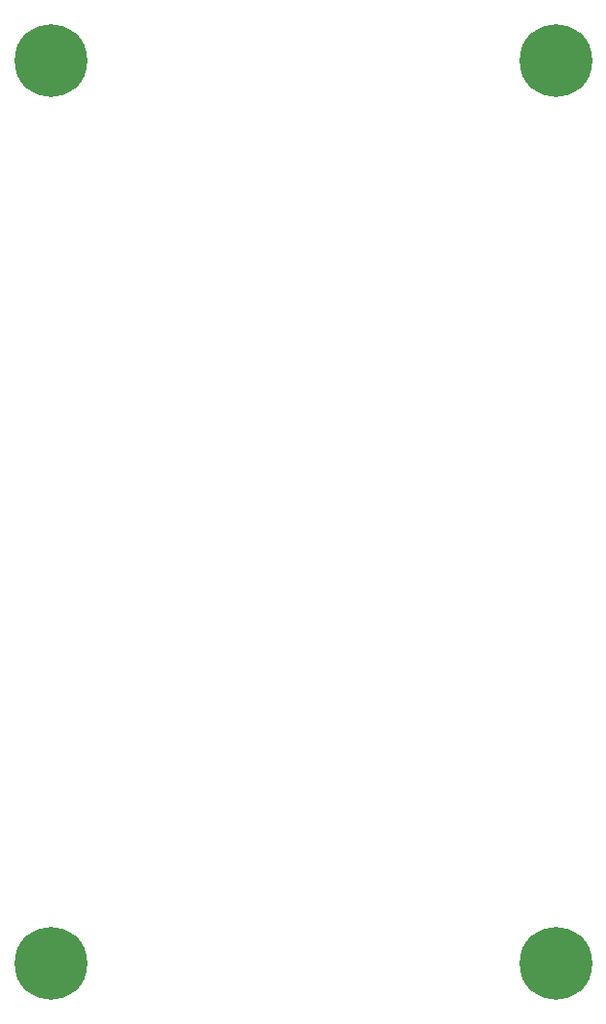
<source format=gts>
G04 #@! TF.GenerationSoftware,KiCad,Pcbnew,7.0.5-unknown-202306101748~6fbdf8f0e2~ubuntu22.04.1*
G04 #@! TF.CreationDate,2023-07-16T12:35:09+01:00*
G04 #@! TF.ProjectId,front_panel,66726f6e-745f-4706-916e-656c2e6b6963,rev?*
G04 #@! TF.SameCoordinates,Original*
G04 #@! TF.FileFunction,Soldermask,Top*
G04 #@! TF.FilePolarity,Negative*
%FSLAX46Y46*%
G04 Gerber Fmt 4.6, Leading zero omitted, Abs format (unit mm)*
G04 Created by KiCad (PCBNEW 7.0.5-unknown-202306101748~6fbdf8f0e2~ubuntu22.04.1) date 2023-07-16 12:35:09*
%MOMM*%
%LPD*%
G01*
G04 APERTURE LIST*
%ADD10C,6.400000*%
G04 APERTURE END LIST*
D10*
X129417834Y-133227834D03*
X129417834Y-53852834D03*
X173867834Y-133227834D03*
X173867834Y-53852834D03*
M02*

</source>
